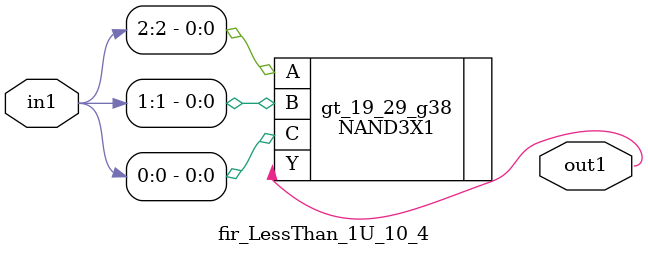
<source format=v>
`timescale 1ps / 1ps


module fir_LessThan_1U_10_4(in1, out1);
  input [2:0] in1;
  output out1;
  wire [2:0] in1;
  wire out1;
  NAND3X1 gt_19_29_g38(.A (in1[2]), .B (in1[1]), .C (in1[0]), .Y
       (out1));
endmodule




</source>
